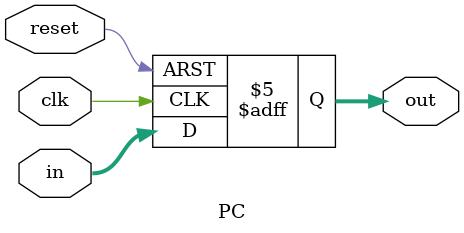
<source format=sv>
module PC(
    input clk, reset,
    input [63:0] in,
    output reg [63:0] out
);

    reg [63:0] PC = 64'b0;

  always @(posedge(clk), posedge(reset))
    begin

      PC = in;

      if(reset == 1)
            PC = 0;
      out = PC;
      
    end

endmodule
</source>
